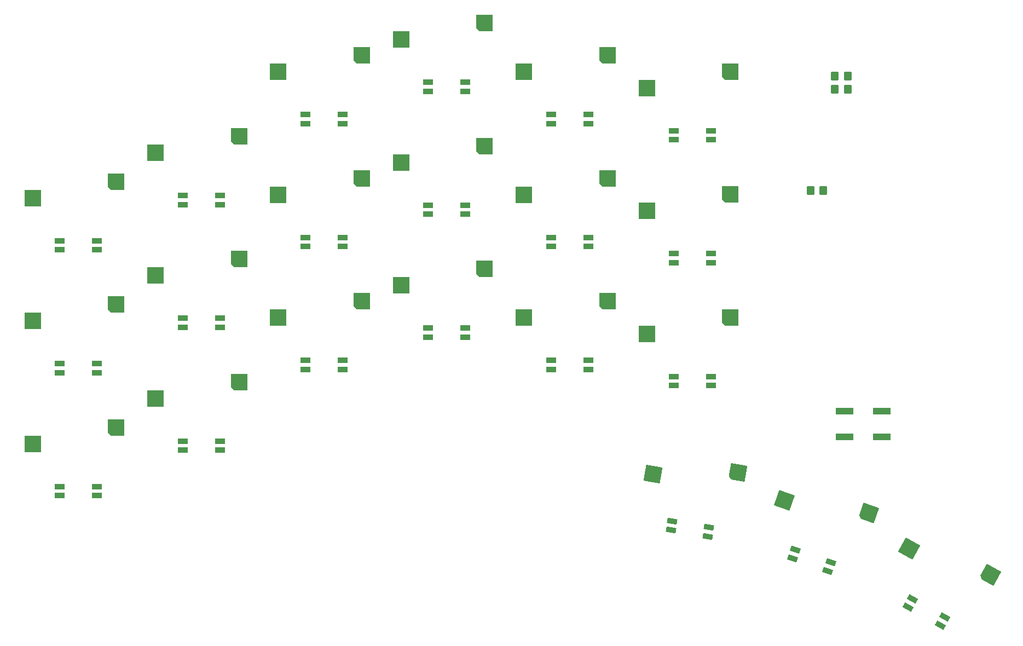
<source format=gbp>
G04 #@! TF.GenerationSoftware,KiCad,Pcbnew,8.0.1*
G04 #@! TF.CreationDate,2024-07-06T22:17:55+02:00*
G04 #@! TF.ProjectId,cornia,636f726e-6961-42e6-9b69-6361645f7063,rev?*
G04 #@! TF.SameCoordinates,Original*
G04 #@! TF.FileFunction,Paste,Bot*
G04 #@! TF.FilePolarity,Positive*
%FSLAX46Y46*%
G04 Gerber Fmt 4.6, Leading zero omitted, Abs format (unit mm)*
G04 Created by KiCad (PCBNEW 8.0.1) date 2024-07-06 22:17:55*
%MOMM*%
%LPD*%
G01*
G04 APERTURE LIST*
G04 Aperture macros list*
%AMRoundRect*
0 Rectangle with rounded corners*
0 $1 Rounding radius*
0 $2 $3 $4 $5 $6 $7 $8 $9 X,Y pos of 4 corners*
0 Add a 4 corners polygon primitive as box body*
4,1,4,$2,$3,$4,$5,$6,$7,$8,$9,$2,$3,0*
0 Add four circle primitives for the rounded corners*
1,1,$1+$1,$2,$3*
1,1,$1+$1,$4,$5*
1,1,$1+$1,$6,$7*
1,1,$1+$1,$8,$9*
0 Add four rect primitives between the rounded corners*
20,1,$1+$1,$2,$3,$4,$5,0*
20,1,$1+$1,$4,$5,$6,$7,0*
20,1,$1+$1,$6,$7,$8,$9,0*
20,1,$1+$1,$8,$9,$2,$3,0*%
%AMRotRect*
0 Rectangle, with rotation*
0 The origin of the aperture is its center*
0 $1 length*
0 $2 width*
0 $3 Rotation angle, in degrees counterclockwise*
0 Add horizontal line*
21,1,$1,$2,0,0,$3*%
%AMOutline5P*
0 Free polygon, 5 corners , with rotation*
0 The origin of the aperture is its center*
0 number of corners: always 5*
0 $1 to $10 corner X, Y*
0 $11 Rotation angle, in degrees counterclockwise*
0 create outline with 5 corners*
4,1,5,$1,$2,$3,$4,$5,$6,$7,$8,$9,$10,$1,$2,$11*%
%AMOutline6P*
0 Free polygon, 6 corners , with rotation*
0 The origin of the aperture is its center*
0 number of corners: always 6*
0 $1 to $12 corner X, Y*
0 $13 Rotation angle, in degrees counterclockwise*
0 create outline with 6 corners*
4,1,6,$1,$2,$3,$4,$5,$6,$7,$8,$9,$10,$11,$12,$1,$2,$13*%
%AMOutline7P*
0 Free polygon, 7 corners , with rotation*
0 The origin of the aperture is its center*
0 number of corners: always 7*
0 $1 to $14 corner X, Y*
0 $15 Rotation angle, in degrees counterclockwise*
0 create outline with 7 corners*
4,1,7,$1,$2,$3,$4,$5,$6,$7,$8,$9,$10,$11,$12,$13,$14,$1,$2,$15*%
%AMOutline8P*
0 Free polygon, 8 corners , with rotation*
0 The origin of the aperture is its center*
0 number of corners: always 8*
0 $1 to $16 corner X, Y*
0 $17 Rotation angle, in degrees counterclockwise*
0 create outline with 8 corners*
4,1,8,$1,$2,$3,$4,$5,$6,$7,$8,$9,$10,$11,$12,$13,$14,$15,$16,$1,$2,$17*%
G04 Aperture macros list end*
%ADD10Outline5P,-1.275000X1.250000X0.825000X1.250000X1.275000X0.800000X1.275000X-1.250000X-1.275000X-1.250000X180.000000*%
%ADD11R,2.550000X2.500000*%
%ADD12R,1.540000X0.825000*%
%ADD13R,1.540000X0.822500*%
%ADD14RotRect,1.540000X0.825000X330.970000*%
%ADD15RotRect,1.540000X0.822500X330.970000*%
%ADD16Outline5P,-1.275000X1.250000X0.825000X1.250000X1.275000X0.800000X1.275000X-1.250000X-1.275000X-1.250000X150.970000*%
%ADD17RotRect,2.550000X2.500000X150.970000*%
%ADD18RotRect,1.540000X0.825000X350.170000*%
%ADD19RotRect,1.540000X0.822500X350.170000*%
%ADD20Outline5P,-1.275000X1.250000X0.825000X1.250000X1.275000X0.800000X1.275000X-1.250000X-1.275000X-1.250000X160.570000*%
%ADD21RotRect,2.550000X2.500000X160.570000*%
%ADD22RotRect,1.540000X0.825000X340.570000*%
%ADD23RotRect,1.540000X0.822500X340.570000*%
%ADD24Outline5P,-1.275000X1.250000X0.825000X1.250000X1.275000X0.800000X1.275000X-1.250000X-1.275000X-1.250000X170.171000*%
%ADD25RotRect,2.550000X2.500000X170.171000*%
%ADD26RoundRect,0.250000X0.350000X0.450000X-0.350000X0.450000X-0.350000X-0.450000X0.350000X-0.450000X0*%
%ADD27R,2.800000X1.000000*%
G04 APERTURE END LIST*
D10*
X36020600Y-87598750D03*
D11*
X23093600Y-90138750D03*
D10*
X131020600Y-70598750D03*
D11*
X118093600Y-73138750D03*
D12*
X27288600Y-77738750D03*
X27288600Y-79138750D03*
D13*
X33048600Y-79140000D03*
D12*
X33048600Y-77738750D03*
D10*
X36020600Y-68598750D03*
D11*
X23093600Y-71138750D03*
D14*
X159155093Y-114142361D03*
X158475718Y-115366473D03*
D15*
X163511458Y-118162706D03*
D14*
X164191440Y-116937501D03*
D12*
X46288600Y-51738750D03*
X46288600Y-53138750D03*
D13*
X52048600Y-53140000D03*
D12*
X52048600Y-51738750D03*
D16*
X171225400Y-110388014D03*
D17*
X158689895Y-106335850D03*
D12*
X103288600Y-77238750D03*
X103288600Y-78638750D03*
D13*
X109048600Y-78640000D03*
D12*
X109048600Y-77238750D03*
X84288600Y-72238750D03*
X84288600Y-73638750D03*
D13*
X90048600Y-73640000D03*
D12*
X90048600Y-72238750D03*
X122288600Y-41738750D03*
X122288600Y-43138750D03*
D13*
X128048600Y-43140000D03*
D12*
X128048600Y-41738750D03*
D18*
X122049444Y-102077602D03*
X121810429Y-103457048D03*
D19*
X127485650Y-104441658D03*
D18*
X127724879Y-103060980D03*
D10*
X93020600Y-25098750D03*
D11*
X80093600Y-27638750D03*
D12*
X65288600Y-58238750D03*
X65288600Y-59638750D03*
D13*
X71048600Y-59640000D03*
D12*
X71048600Y-58238750D03*
D20*
X152380534Y-100835329D03*
D21*
X139344801Y-98930442D03*
D10*
X74020600Y-30098750D03*
D11*
X61093600Y-32638750D03*
D10*
X93020600Y-63098750D03*
D11*
X80093600Y-65638750D03*
D10*
X55020600Y-80598750D03*
D11*
X42093600Y-83138750D03*
D12*
X84288600Y-53238750D03*
X84288600Y-54638750D03*
D13*
X90048600Y-54640000D03*
D12*
X90048600Y-53238750D03*
D10*
X131020600Y-32598750D03*
D11*
X118093600Y-35138750D03*
D12*
X122288600Y-79738750D03*
X122288600Y-81138750D03*
D13*
X128048600Y-81140000D03*
D12*
X128048600Y-79738750D03*
D22*
X141105367Y-106550051D03*
X140639651Y-107870319D03*
D23*
X146071195Y-109787590D03*
D22*
X146537327Y-108466143D03*
D12*
X65288600Y-77238750D03*
X65288600Y-78638750D03*
D13*
X71048600Y-78640000D03*
D12*
X71048600Y-77238750D03*
D10*
X74020600Y-49098750D03*
D11*
X61093600Y-51638750D03*
D10*
X112020600Y-68098750D03*
D11*
X99093600Y-70638750D03*
D12*
X65288600Y-39238750D03*
X65288600Y-40638750D03*
D13*
X71048600Y-40640000D03*
D12*
X71048600Y-39238750D03*
D10*
X112020600Y-30098750D03*
D11*
X99093600Y-32638750D03*
D24*
X132213607Y-94562448D03*
D25*
X119042756Y-94858419D03*
D10*
X131020600Y-51598750D03*
D11*
X118093600Y-54138750D03*
D10*
X36020600Y-49598750D03*
D11*
X23093600Y-52138750D03*
D12*
X103288600Y-58238750D03*
X103288600Y-59638750D03*
D13*
X109048600Y-59640000D03*
D12*
X109048600Y-58238750D03*
D10*
X55020600Y-61598750D03*
D11*
X42093600Y-64138750D03*
D12*
X103288600Y-39238750D03*
X103288600Y-40638750D03*
D13*
X109048600Y-40640000D03*
D12*
X109048600Y-39238750D03*
X122288600Y-60738750D03*
X122288600Y-62138750D03*
D13*
X128048600Y-62140000D03*
D12*
X128048600Y-60738750D03*
D10*
X55020600Y-42598750D03*
D11*
X42093600Y-45138750D03*
D12*
X27288600Y-96738750D03*
X27288600Y-98138750D03*
D13*
X33048600Y-98140000D03*
D12*
X33048600Y-96738750D03*
X46288600Y-89738750D03*
X46288600Y-91138750D03*
D13*
X52048600Y-91140000D03*
D12*
X52048600Y-89738750D03*
X46288600Y-70738750D03*
X46288600Y-72138750D03*
D13*
X52048600Y-72140000D03*
D12*
X52048600Y-70738750D03*
D10*
X74020600Y-68098750D03*
D11*
X61093600Y-70638750D03*
D12*
X27288600Y-58738750D03*
X27288600Y-60138750D03*
D13*
X33048600Y-60140000D03*
D12*
X33048600Y-58738750D03*
D10*
X112020600Y-49098750D03*
D11*
X99093600Y-51638750D03*
D12*
X84288600Y-34238750D03*
X84288600Y-35638750D03*
D13*
X90048600Y-35640000D03*
D12*
X90048600Y-34238750D03*
D10*
X93020600Y-44098750D03*
D11*
X80093600Y-46638750D03*
D26*
X145400000Y-51000000D03*
X143400000Y-51000000D03*
X149168600Y-35288750D03*
X147168600Y-35288750D03*
X149168600Y-33288750D03*
X147168600Y-33288750D03*
D27*
X148668600Y-89088750D03*
X154468600Y-89088750D03*
X148668600Y-85088750D03*
X154468600Y-85088750D03*
M02*

</source>
